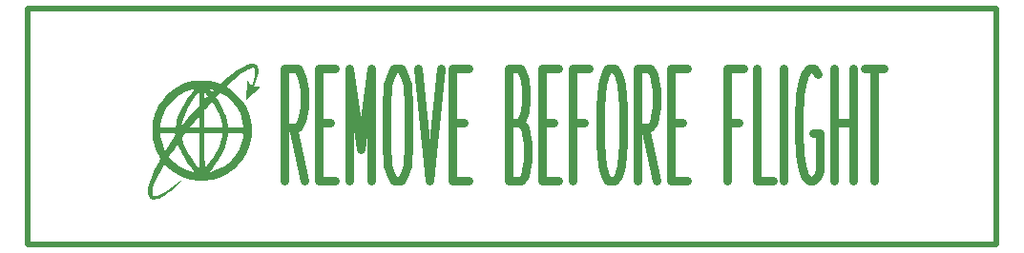
<source format=gbr>
%TF.GenerationSoftware,KiCad,Pcbnew,(6.0.4-0)*%
%TF.CreationDate,2022-05-06T19:30:15-04:00*%
%TF.ProjectId,Remove_Before_Flight,52656d6f-7665-45f4-9265-666f72655f46,v02*%
%TF.SameCoordinates,Original*%
%TF.FileFunction,Legend,Top*%
%TF.FilePolarity,Positive*%
%FSLAX46Y46*%
G04 Gerber Fmt 4.6, Leading zero omitted, Abs format (unit mm)*
G04 Created by KiCad (PCBNEW (6.0.4-0)) date 2022-05-06 19:30:15*
%MOMM*%
%LPD*%
G01*
G04 APERTURE LIST*
%ADD10C,0.500000*%
%ADD11C,0.750000*%
G04 APERTURE END LIST*
D10*
X208000000Y-113000000D02*
X122000000Y-113000000D01*
X122000000Y-92000000D02*
X208000000Y-92000000D01*
X208000000Y-92000000D02*
X208000000Y-113000000D01*
X122000000Y-113000000D02*
X122000000Y-92000000D01*
X208000000Y-92000000D02*
X208000000Y-113000000D01*
X122000000Y-113000000D02*
X122000000Y-92000000D01*
X208000000Y-113000000D02*
X122000000Y-113000000D01*
X122000000Y-92000000D02*
X208000000Y-92000000D01*
D11*
X146560616Y-107392618D02*
X145560616Y-102630713D01*
X144846331Y-107392618D02*
X144846331Y-97392618D01*
X145989188Y-97392618D01*
X146274902Y-97868809D01*
X146417759Y-98344999D01*
X146560616Y-99297380D01*
X146560616Y-100725951D01*
X146417759Y-101678332D01*
X146274902Y-102154523D01*
X145989188Y-102630713D01*
X144846331Y-102630713D01*
X147846331Y-102154523D02*
X148846331Y-102154523D01*
X149274902Y-107392618D02*
X147846331Y-107392618D01*
X147846331Y-97392618D01*
X149274902Y-97392618D01*
X150560616Y-107392618D02*
X150560616Y-97392618D01*
X151560616Y-104535475D01*
X152560616Y-97392618D01*
X152560616Y-107392618D01*
X154560616Y-97392618D02*
X155132045Y-97392618D01*
X155417759Y-97868809D01*
X155703474Y-98821189D01*
X155846331Y-100725951D01*
X155846331Y-104059285D01*
X155703474Y-105964047D01*
X155417759Y-106916428D01*
X155132045Y-107392618D01*
X154560616Y-107392618D01*
X154274902Y-106916428D01*
X153989188Y-105964047D01*
X153846331Y-104059285D01*
X153846331Y-100725951D01*
X153989188Y-98821189D01*
X154274902Y-97868809D01*
X154560616Y-97392618D01*
X156703474Y-97392618D02*
X157703474Y-107392618D01*
X158703474Y-97392618D01*
X159703474Y-102154523D02*
X160703474Y-102154523D01*
X161132045Y-107392618D02*
X159703474Y-107392618D01*
X159703474Y-97392618D01*
X161132045Y-97392618D01*
X165703474Y-102154523D02*
X166132045Y-102630713D01*
X166274902Y-103106904D01*
X166417759Y-104059285D01*
X166417759Y-105487856D01*
X166274902Y-106440237D01*
X166132045Y-106916428D01*
X165846331Y-107392618D01*
X164703474Y-107392618D01*
X164703474Y-97392618D01*
X165703474Y-97392618D01*
X165989188Y-97868809D01*
X166132045Y-98344999D01*
X166274902Y-99297380D01*
X166274902Y-100249761D01*
X166132045Y-101202142D01*
X165989188Y-101678332D01*
X165703474Y-102154523D01*
X164703474Y-102154523D01*
X167703474Y-102154523D02*
X168703474Y-102154523D01*
X169132045Y-107392618D02*
X167703474Y-107392618D01*
X167703474Y-97392618D01*
X169132045Y-97392618D01*
X171417759Y-102154523D02*
X170417759Y-102154523D01*
X170417759Y-107392618D02*
X170417759Y-97392618D01*
X171846331Y-97392618D01*
X173560616Y-97392618D02*
X174132045Y-97392618D01*
X174417759Y-97868809D01*
X174703474Y-98821189D01*
X174846331Y-100725951D01*
X174846331Y-104059285D01*
X174703474Y-105964047D01*
X174417759Y-106916428D01*
X174132045Y-107392618D01*
X173560616Y-107392618D01*
X173274902Y-106916428D01*
X172989188Y-105964047D01*
X172846331Y-104059285D01*
X172846331Y-100725951D01*
X172989188Y-98821189D01*
X173274902Y-97868809D01*
X173560616Y-97392618D01*
X177846331Y-107392618D02*
X176846331Y-102630713D01*
X176132045Y-107392618D02*
X176132045Y-97392618D01*
X177274902Y-97392618D01*
X177560616Y-97868809D01*
X177703474Y-98344999D01*
X177846331Y-99297380D01*
X177846331Y-100725951D01*
X177703474Y-101678332D01*
X177560616Y-102154523D01*
X177274902Y-102630713D01*
X176132045Y-102630713D01*
X179132045Y-102154523D02*
X180132045Y-102154523D01*
X180560616Y-107392618D02*
X179132045Y-107392618D01*
X179132045Y-97392618D01*
X180560616Y-97392618D01*
X185132045Y-102154523D02*
X184132045Y-102154523D01*
X184132045Y-107392618D02*
X184132045Y-97392618D01*
X185560616Y-97392618D01*
X188132045Y-107392618D02*
X186703474Y-107392618D01*
X186703474Y-97392618D01*
X189132045Y-107392618D02*
X189132045Y-97392618D01*
X192132045Y-97868809D02*
X191846331Y-97392618D01*
X191417759Y-97392618D01*
X190989188Y-97868809D01*
X190703474Y-98821189D01*
X190560616Y-99773570D01*
X190417759Y-101678332D01*
X190417759Y-103106904D01*
X190560616Y-105011666D01*
X190703474Y-105964047D01*
X190989188Y-106916428D01*
X191417759Y-107392618D01*
X191703474Y-107392618D01*
X192132045Y-106916428D01*
X192274902Y-106440237D01*
X192274902Y-103106904D01*
X191703474Y-103106904D01*
X193560616Y-107392618D02*
X193560616Y-97392618D01*
X193560616Y-102154523D02*
X195274902Y-102154523D01*
X195274902Y-107392618D02*
X195274902Y-97392618D01*
X196274902Y-97392618D02*
X197989188Y-97392618D01*
X197132045Y-107392618D02*
X197132045Y-97392618D01*
%TO.C,svg2mod*%
G36*
X137317011Y-107355372D02*
G01*
X137251269Y-107350324D01*
X137034381Y-107333672D01*
X136763135Y-107285902D01*
X136477920Y-107235672D01*
X135938063Y-107066222D01*
X135420654Y-106826702D01*
X135172194Y-106681102D01*
X135013090Y-106573622D01*
X138173462Y-106573622D01*
X138280178Y-106550822D01*
X138640943Y-106449162D01*
X139051489Y-106287862D01*
X139454492Y-106065362D01*
X139833117Y-105792372D01*
X140170530Y-105479582D01*
X140356392Y-105268682D01*
X140524415Y-105048052D01*
X140674437Y-104818002D01*
X140806303Y-104578852D01*
X140919849Y-104330892D01*
X141014919Y-104074452D01*
X141091359Y-103809822D01*
X141148999Y-103537312D01*
X141187079Y-103333722D01*
X141190679Y-103213372D01*
X141168909Y-103177672D01*
X141125779Y-103154672D01*
X140958422Y-103136072D01*
X140958546Y-103136152D01*
X140517278Y-103136612D01*
X139836204Y-103136612D01*
X139816974Y-103287312D01*
X139756614Y-103640022D01*
X139664894Y-103995392D01*
X139541295Y-104354542D01*
X139385310Y-104718532D01*
X139196426Y-105088472D01*
X138974132Y-105465442D01*
X138717917Y-105850522D01*
X138427271Y-106244822D01*
X138173462Y-106573622D01*
X135013090Y-106573622D01*
X134931539Y-106518532D01*
X134699417Y-106339142D01*
X134476562Y-106143132D01*
X134252559Y-105933264D01*
X134187181Y-105872012D01*
X133898520Y-106386602D01*
X133567964Y-107009702D01*
X133326582Y-107542782D01*
X133173302Y-107988632D01*
X133107052Y-108350022D01*
X133103752Y-108565242D01*
X133123102Y-108618142D01*
X133161432Y-108663642D01*
X133245672Y-108718442D01*
X133373658Y-108715442D01*
X133546557Y-108676342D01*
X133748122Y-108602742D01*
X134233881Y-108353972D01*
X134824186Y-107973142D01*
X135512293Y-107464202D01*
X135814172Y-107229382D01*
X135321695Y-107716812D01*
X134720817Y-108269422D01*
X134443677Y-108491612D01*
X134183414Y-108676832D01*
X133941042Y-108824412D01*
X133717569Y-108933692D01*
X133514003Y-109003992D01*
X133331356Y-109034692D01*
X133130953Y-109032692D01*
X132989819Y-108975392D01*
X132865243Y-108878292D01*
X132786383Y-108749582D01*
X132745183Y-108568612D01*
X132733603Y-108314712D01*
X132747733Y-108037182D01*
X132794963Y-107764052D01*
X132884213Y-107457392D01*
X133024421Y-107079312D01*
X133342112Y-106358702D01*
X133703169Y-105643452D01*
X133836082Y-105402142D01*
X133734086Y-105225092D01*
X134610651Y-105225092D01*
X134765917Y-105406792D01*
X134928677Y-105581162D01*
X135111267Y-105747282D01*
X135526917Y-106049082D01*
X135994817Y-106300852D01*
X136496919Y-106491252D01*
X136763135Y-106562152D01*
X136801155Y-106557152D01*
X136794255Y-106527952D01*
X136564240Y-106218142D01*
X136220236Y-105736412D01*
X135910839Y-105242262D01*
X135680742Y-104816390D01*
X135650719Y-104760822D01*
X135454545Y-104317212D01*
X135365375Y-104084072D01*
X135365355Y-104084382D01*
X135060351Y-104529032D01*
X134683001Y-105099382D01*
X134610651Y-105225092D01*
X133734086Y-105225092D01*
X133691392Y-105150982D01*
X133549144Y-104877192D01*
X133415534Y-104567852D01*
X133297633Y-104240862D01*
X133202523Y-103914142D01*
X133153573Y-103704972D01*
X133127173Y-103516692D01*
X133119753Y-103137092D01*
X133808383Y-103137092D01*
X133832653Y-103338742D01*
X133879693Y-103628302D01*
X133951223Y-103920182D01*
X134046873Y-104213132D01*
X134166269Y-104505882D01*
X134252559Y-104698172D01*
X134364561Y-104513332D01*
X134835648Y-103795412D01*
X134972957Y-103581692D01*
X135726969Y-103581692D01*
X135843298Y-103941732D01*
X135960158Y-104258912D01*
X136109095Y-104590802D01*
X136284125Y-104925082D01*
X136479265Y-105249472D01*
X136917134Y-105873562D01*
X137251269Y-106312782D01*
X137259169Y-104724792D01*
X137259169Y-103137092D01*
X137735947Y-103137092D01*
X137735947Y-104725322D01*
X137748447Y-106313562D01*
X137997689Y-106003752D01*
X138513447Y-105275692D01*
X138721262Y-104935882D01*
X138897296Y-104609012D01*
X139042749Y-104292702D01*
X139158819Y-103984572D01*
X139246699Y-103682202D01*
X139307589Y-103383212D01*
X139347009Y-103137092D01*
X137735947Y-103137092D01*
X137259169Y-103137092D01*
X137259169Y-103135842D01*
X137259194Y-103135142D01*
X137259169Y-103135142D01*
X136649432Y-103144142D01*
X136039424Y-103153142D01*
X135883196Y-103367292D01*
X135726969Y-103581692D01*
X134972957Y-103581692D01*
X135089251Y-103400682D01*
X135194731Y-103199822D01*
X135194681Y-103199697D01*
X135180541Y-103164422D01*
X135099131Y-103145622D01*
X134501556Y-103136622D01*
X133808387Y-103136622D01*
X133808383Y-103137092D01*
X133119753Y-103137092D01*
X133114783Y-102882802D01*
X133120285Y-102628192D01*
X133808341Y-102628192D01*
X135194681Y-102628192D01*
X135194681Y-102612112D01*
X136465053Y-102612112D01*
X136862111Y-102628912D01*
X137259169Y-102628912D01*
X137259169Y-101605532D01*
X136862111Y-102100412D01*
X136465053Y-102612112D01*
X135194681Y-102612112D01*
X135194681Y-102563092D01*
X135673742Y-102563092D01*
X135680742Y-102576992D01*
X135703332Y-102562392D01*
X136054150Y-102120262D01*
X136647072Y-101376092D01*
X136929352Y-101041712D01*
X137735781Y-101041712D01*
X137735781Y-102628982D01*
X139346847Y-102628982D01*
X139305507Y-102369882D01*
X139203625Y-101937202D01*
X139035668Y-101467802D01*
X138813896Y-100991392D01*
X138550567Y-100537702D01*
X138459517Y-100397652D01*
X138424907Y-100359752D01*
X138390497Y-100345652D01*
X138390496Y-100345592D01*
X138379352Y-100349759D01*
X138338076Y-100365192D01*
X138266106Y-100430692D01*
X138018674Y-100714112D01*
X137759693Y-101014021D01*
X137735781Y-101041712D01*
X136929352Y-101041712D01*
X137137648Y-100794972D01*
X137259265Y-100660612D01*
X137257472Y-99769592D01*
X137735883Y-99769592D01*
X137742883Y-99993162D01*
X137759693Y-100084462D01*
X137906547Y-99941452D01*
X137926904Y-99918352D01*
X138752223Y-99918352D01*
X138944022Y-100252682D01*
X139135345Y-100574862D01*
X139332527Y-100951102D01*
X139505084Y-101319972D01*
X139622530Y-101620032D01*
X139733829Y-102033232D01*
X139815289Y-102478082D01*
X139836199Y-102629022D01*
X140517110Y-102629022D01*
X141099035Y-102620022D01*
X141182185Y-102602222D01*
X141198025Y-102569222D01*
X141134245Y-102158942D01*
X141006952Y-101668632D01*
X140884459Y-101354542D01*
X140731878Y-101050492D01*
X140551927Y-100759832D01*
X140347324Y-100485882D01*
X140120787Y-100231962D01*
X139875035Y-100001412D01*
X139612786Y-99797562D01*
X139336759Y-99623732D01*
X139127896Y-99507162D01*
X139127891Y-99507552D01*
X138940178Y-99693342D01*
X138807453Y-99836152D01*
X138752223Y-99918352D01*
X137926904Y-99918352D01*
X138029606Y-99801812D01*
X137894769Y-99626832D01*
X137747915Y-99452102D01*
X137747900Y-99452092D01*
X137747893Y-99452092D01*
X137735883Y-99769592D01*
X137257472Y-99769592D01*
X137256865Y-99467992D01*
X137256770Y-99467962D01*
X137146508Y-99595102D01*
X136724341Y-100161802D01*
X136302158Y-100814402D01*
X136082366Y-101234962D01*
X135903274Y-101659392D01*
X135769562Y-102075142D01*
X135685902Y-102469692D01*
X135673742Y-102563092D01*
X135194681Y-102563092D01*
X135194681Y-102529892D01*
X135216691Y-102333722D01*
X135273631Y-102055202D01*
X135437668Y-101486052D01*
X135631232Y-101038932D01*
X135892758Y-100550862D01*
X136208430Y-100045602D01*
X136564429Y-99546902D01*
X136767246Y-99275582D01*
X136797116Y-99222482D01*
X136788716Y-99205582D01*
X136788678Y-99205982D01*
X136730038Y-99214982D01*
X136322402Y-99338212D01*
X135909243Y-99502202D01*
X135506258Y-99727862D01*
X135135822Y-100004852D01*
X134802175Y-100327222D01*
X134509561Y-100689002D01*
X134262224Y-101084262D01*
X134064407Y-101507052D01*
X133920351Y-101951412D01*
X133834301Y-102411392D01*
X133808341Y-102628192D01*
X133120285Y-102628192D01*
X133128463Y-102249712D01*
X133154863Y-102060292D01*
X133203233Y-101851452D01*
X133294903Y-101531822D01*
X133405665Y-101224102D01*
X133534919Y-100928872D01*
X133682068Y-100646722D01*
X133846509Y-100378242D01*
X134027647Y-100124012D01*
X134224882Y-99884632D01*
X134437616Y-99660672D01*
X134665249Y-99452732D01*
X134907184Y-99261402D01*
X135015992Y-99187282D01*
X138167123Y-99187282D01*
X138273117Y-99321162D01*
X138379352Y-99455032D01*
X138454582Y-99384332D01*
X138530052Y-99291032D01*
X138438482Y-99250632D01*
X138257018Y-99209732D01*
X138167128Y-99187132D01*
X138167123Y-99187282D01*
X135015992Y-99187282D01*
X135162820Y-99087262D01*
X135431559Y-98930902D01*
X135712803Y-98792902D01*
X136005954Y-98673852D01*
X136310412Y-98574352D01*
X136625578Y-98494952D01*
X136998122Y-98437152D01*
X137497568Y-98422752D01*
X137897838Y-98431752D01*
X138231849Y-98464352D01*
X138542180Y-98526752D01*
X138871409Y-98625152D01*
X139142524Y-98716252D01*
X139400179Y-98487202D01*
X139808645Y-98136862D01*
X140197726Y-97829252D01*
X140565034Y-97565542D01*
X140908180Y-97346962D01*
X141224779Y-97174692D01*
X141512438Y-97049932D01*
X141768773Y-96973932D01*
X141991393Y-96947832D01*
X141991339Y-96947312D01*
X142164851Y-96968612D01*
X142305716Y-97034312D01*
X142408579Y-97132212D01*
X142480539Y-97257382D01*
X142521589Y-97409982D01*
X142531729Y-97590122D01*
X142510959Y-97797922D01*
X142459279Y-98033492D01*
X142376689Y-98296972D01*
X142263182Y-98588452D01*
X142119453Y-98952102D01*
X142163803Y-98969102D01*
X142270393Y-98978102D01*
X142577320Y-99001902D01*
X142733549Y-99022802D01*
X142069221Y-99584022D01*
X141400086Y-100139952D01*
X141523625Y-98454142D01*
X141536985Y-98436842D01*
X141571025Y-98456142D01*
X141720705Y-98620932D01*
X141934135Y-98848302D01*
X141983405Y-98746822D01*
X142067765Y-98502922D01*
X142182248Y-98080882D01*
X142234658Y-97739272D01*
X142224298Y-97488422D01*
X142195358Y-97400222D01*
X142150458Y-97338622D01*
X142099418Y-97309622D01*
X142031788Y-97298822D01*
X141851103Y-97329222D01*
X141617035Y-97424522D01*
X141338218Y-97579502D01*
X141023286Y-97788812D01*
X140680872Y-98047192D01*
X140319609Y-98349312D01*
X139948131Y-98689902D01*
X139663556Y-98962692D01*
X139946449Y-99149932D01*
X140261485Y-99392582D01*
X140601724Y-99709172D01*
X140918128Y-100050542D01*
X141161659Y-100367542D01*
X141397104Y-100763112D01*
X141591237Y-101175222D01*
X141743933Y-101603562D01*
X141855068Y-102047832D01*
X141898558Y-102417472D01*
X141913058Y-102882322D01*
X141898558Y-103347182D01*
X141855068Y-103716822D01*
X141742581Y-104161472D01*
X141585775Y-104600172D01*
X141390023Y-105019782D01*
X141160697Y-105407202D01*
X140942581Y-105691332D01*
X140656306Y-106005452D01*
X140347747Y-106302432D01*
X140062778Y-106535172D01*
X139765853Y-106724332D01*
X139416263Y-106910772D01*
X139060469Y-107071572D01*
X138744939Y-107183872D01*
X138459820Y-107255972D01*
X138173735Y-107308972D01*
X138173462Y-107309005D01*
X137887419Y-107343072D01*
X137748447Y-107350511D01*
X137601602Y-107358372D01*
X137317011Y-107355372D01*
G37*
G36*
X140958561Y-103136162D02*
G01*
X140958546Y-103136152D01*
X140958561Y-103136152D01*
X140958561Y-103136162D01*
G37*
%TD*%
M02*

</source>
